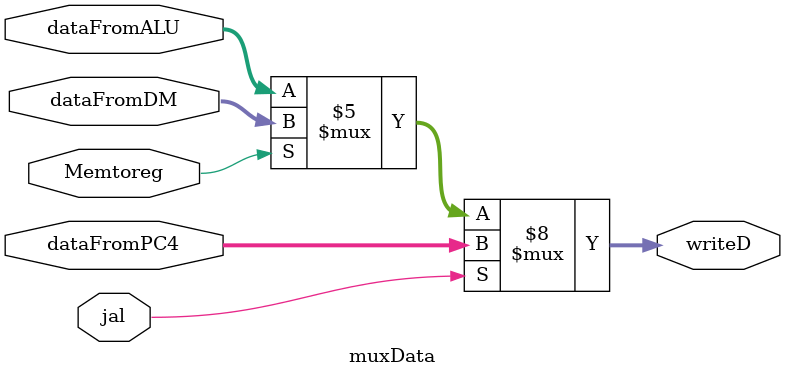
<source format=v>
`timescale 1ns / 1ps


module muxData(dataFromALU,dataFromDM,dataFromPC4,jal,Memtoreg,writeD); //Ñ¡ÔñÊý¾ÝÀ´Ô´Êý¾ÝÑ¡ÔñÆ÷
       input [31:0] dataFromALU;
       input [31:0] dataFromDM;
       input [31:0] dataFromPC4;
       input jal,Memtoreg;
       output  reg [31:0] writeD;
       
       always @(*) begin
           if(jal==1) writeD<=dataFromPC4; //Ð´ÈëÄ¿±ê¼Ä´æÆ÷µÄÊý¾ÝÀ´×Ôpc+8
           else
              if(Memtoreg==1) writeD<=dataFromDM; //À´×ÔÊý¾Ý¼Ä´æÆ÷DM¶Á³öµÄÊý¾Ý£¬Ð´ÈëÄ¿±ê¼Ä´æÆ÷£¬Ö¸Áîlw
              else writeD<=dataFromALU; //À´×ÔALUÔËËãºóµÄÊý¾Ý
       end
       
endmodule

</source>
